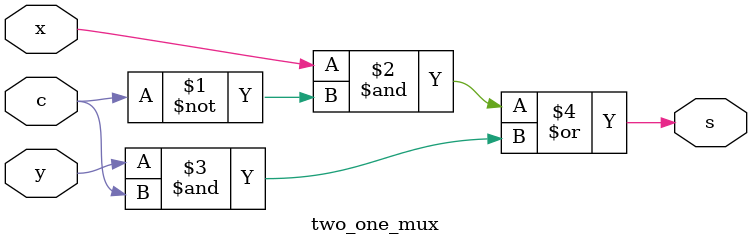
<source format=sv>
module select_adder (
	input  [15:0] A, B,
	input         cin,
	output [15:0] S,
	output        cout
);

    /* TODO
     *
     * Insert code here to implement a CSA adder.
     * Your code should be completly combinational (don't use always_ff or always_latch).
     * Feel free to create sub-modules or other files. */
	  
	  logic c0, c1, c2, cout00, cout10, cout01, cout11, cout20, cout21;
	  
	  
	  four_bit_ra FRA0(.x(A[3:0]), .y(B[3:0]), .cin(cin), .s(S[3:0]), .cout(c0));
	  four_select_adder four_sa1(.x(A[7:4]), .y(B[7:4]), .cin(c0), .s(S[7:4]), .cout0(cout00), .cout1(cout01));
	  assign c1 = (c0 & cout01) | cout00;
	  four_select_adder four_sa2(.x(A[11:8]), .y(B[11:8]), .cin(c1), .s(S[11:8]), .cout0(cout10), .cout1(cout11));
	  assign c2 = (c1 & cout11) | cout10;
	  four_select_adder four_sa3(.x(A[15:12]), .y(B[15:12]), .cin(c2), .s(S[15:12]), .cout0(cout20), .cout1(cout21));
	  assign cout = (c2 & cout21) | cout20;

endmodule

module four_select_adder(

						input [3:0] x,
						input [3:0] y,
						input cin,
						output logic [3:0] s,
						output logic cout0,
						output logic cout1
						);
		
		logic c00, c01, c02, c10, c11, c12;
		logic s00, s01, s02, s03, s10, s11, s12, s13;
		
		// carry 0
		full_adder fa00(.x(x[0]), .y(y[0]), .z(1'b0), .s(s00), .c(c00));
		full_adder fa01(.x(x[1]), .y(y[1]), .z(c00), .s(s01), .c(c01));
		full_adder fa02(.x(x[2]), .y(y[2]), .z(c01), .s(s02), .c(c02));
		full_adder fa03(.x(x[3]), .y(y[3]), .z(c02), .s(s03), .c(cout0));
		
		//carry 1
		full_adder fa10(.x(x[0]), .y(y[0]), .z(1'b1), .s(s10), .c(c10));
		full_adder fa11(.x(x[1]), .y(y[1]), .z(c10), .s(s11), .c(c11));
		full_adder fa12(.x(x[2]), .y(y[2]), .z(c11), .s(s12), .c(c12));
		full_adder fa13(.x(x[3]), .y(y[3]), .z(c12), .s(s13), .c(cout1));
		
		//mux sums
		two_one_mux mux0(.x(s00), .y(s10), .c(cin), .s(s[0]));
		two_one_mux mux1(.x(s01), .y(s11), .c(cin), .s(s[1]));
		two_one_mux mux2(.x(s02), .y(s12), .c(cin), .s(s[2]));
		two_one_mux mux3(.x(s03), .y(s13), .c(cin), .s(s[3]));
		
		//cout
//		two_one_mux mux_cout(.x(cout0), .y(cout1), .c(cin), .s(cout));
		
endmodule



module two_one_mux (input x, y, c,
 output logic s);
 
	assign s=(x & ~c) | (y & c);

endmodule



</source>
